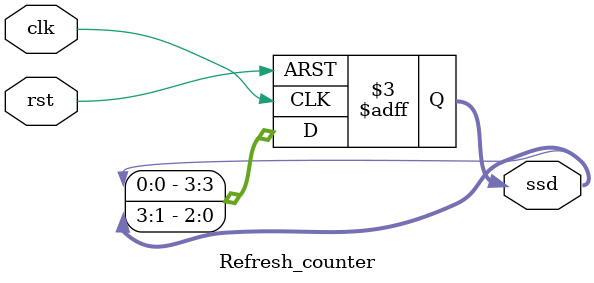
<source format=v>
`timescale 1ns / 1ps


module Refresh_counter(clk, rst,  ssd);
input clk;
input rst;
output reg [3:0]ssd;


always @(posedge clk or negedge rst)
    if (~rst)
        ssd <= 4'b0111;
    else begin
        ssd[2] <= ssd[3];
        ssd[1] <= ssd[2];
        ssd[0] <= ssd[1];
        ssd[3] <= ssd[0];
    end

endmodule

</source>
